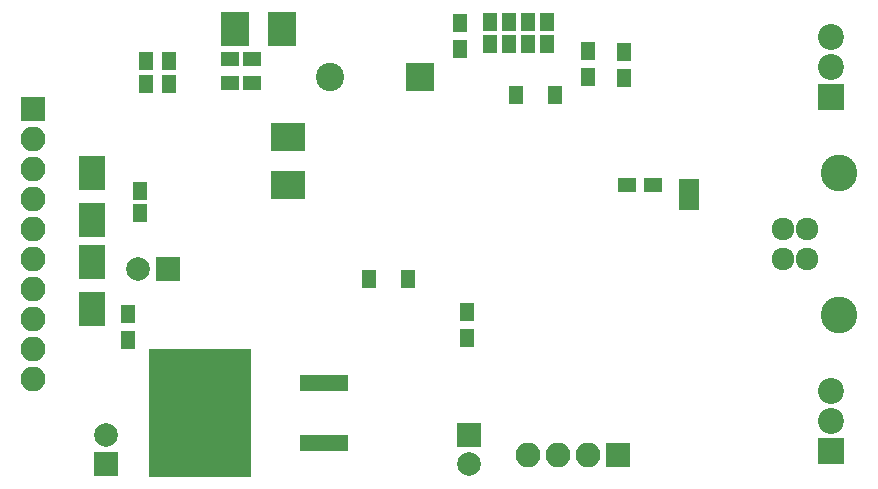
<source format=gbr>
%TF.GenerationSoftware,KiCad,Pcbnew,4.0.7-e2-6376~58~ubuntu16.04.1*%
%TF.CreationDate,2018-02-15T13:13:58+02:00*%
%TF.ProjectId,rover_commander,726F7665725F636F6D6D616E6465722E,rev?*%
%TF.FileFunction,Soldermask,Top*%
%FSLAX46Y46*%
G04 Gerber Fmt 4.6, Leading zero omitted, Abs format (unit mm)*
G04 Created by KiCad (PCBNEW 4.0.7-e2-6376~58~ubuntu16.04.1) date Thu Feb 15 13:13:58 2018*
%MOMM*%
%LPD*%
G01*
G04 APERTURE LIST*
%ADD10C,0.100000*%
%ADD11R,2.400000X2.400000*%
%ADD12C,2.400000*%
%ADD13R,1.150000X1.600000*%
%ADD14R,1.600000X1.150000*%
%ADD15R,2.400000X2.900000*%
%ADD16R,2.900000X2.400000*%
%ADD17R,2.200000X2.200000*%
%ADD18C,2.200000*%
%ADD19R,1.300000X1.600000*%
%ADD20C,1.920000*%
%ADD21C,3.100000*%
%ADD22R,2.100000X2.100000*%
%ADD23O,2.100000X2.100000*%
%ADD24R,2.000000X2.000000*%
%ADD25C,2.000000*%
%ADD26R,4.150000X1.450000*%
%ADD27R,8.700000X10.900000*%
%ADD28R,2.200000X2.900000*%
%ADD29R,1.670000X1.370000*%
%ADD30R,1.600000X1.300000*%
G04 APERTURE END LIST*
D10*
D11*
X142220000Y-86868000D03*
D12*
X134620000Y-86868000D03*
D13*
X121000000Y-87450000D03*
X121000000Y-85550000D03*
D14*
X126116000Y-85344000D03*
X128016000Y-85344000D03*
D13*
X153000000Y-84100000D03*
X153000000Y-82200000D03*
X151400000Y-84100000D03*
X151400000Y-82200000D03*
X149800000Y-84100000D03*
X149800000Y-82200000D03*
X148200000Y-84100000D03*
X148200000Y-82200000D03*
X119000000Y-87450000D03*
X119000000Y-85550000D03*
D14*
X126116000Y-87376000D03*
X128016000Y-87376000D03*
D13*
X118550000Y-96500000D03*
X118550000Y-98400000D03*
D15*
X126556000Y-82804000D03*
X130556000Y-82804000D03*
D16*
X131064000Y-91980000D03*
X131064000Y-95980000D03*
D17*
X177000000Y-118540000D03*
D18*
X177000000Y-116000000D03*
X177000000Y-113460000D03*
D17*
X177000000Y-88540000D03*
D18*
X177000000Y-86000000D03*
X177000000Y-83460000D03*
D19*
X145600000Y-84500000D03*
X145600000Y-82300000D03*
X117500000Y-109100000D03*
X117500000Y-106900000D03*
X146200000Y-106800000D03*
X146200000Y-109000000D03*
D20*
X173000000Y-102290000D03*
X173000000Y-99750000D03*
X175000000Y-99750000D03*
X175000000Y-102290000D03*
D21*
X177700000Y-107020000D03*
X177700000Y-95020000D03*
D22*
X159004000Y-118872000D03*
D23*
X156464000Y-118872000D03*
X153924000Y-118872000D03*
X151384000Y-118872000D03*
D22*
X109500000Y-89600000D03*
D23*
X109500000Y-92140000D03*
X109500000Y-94680000D03*
X109500000Y-97220000D03*
X109500000Y-99760000D03*
X109500000Y-102300000D03*
X109500000Y-104840000D03*
X109500000Y-107380000D03*
X109500000Y-109920000D03*
X109500000Y-112460000D03*
D24*
X115648000Y-119652000D03*
D25*
X115648000Y-117152000D03*
D24*
X146400000Y-117152000D03*
D25*
X146400000Y-119652000D03*
D19*
X156464000Y-84668000D03*
X156464000Y-86868000D03*
X159512000Y-84752000D03*
X159512000Y-86952000D03*
D24*
X120864000Y-103124000D03*
D25*
X118364000Y-103124000D03*
D26*
X134112000Y-117856000D03*
X134112000Y-112776000D03*
D27*
X123612000Y-115316000D03*
D28*
X114500000Y-95000000D03*
X114500000Y-99000000D03*
X114500000Y-106500000D03*
X114500000Y-102500000D03*
D19*
X141250000Y-104000000D03*
X137950000Y-104000000D03*
X153650000Y-88400000D03*
X150350000Y-88400000D03*
D29*
X165000000Y-97440000D03*
X165000000Y-96160000D03*
D30*
X159800000Y-96000000D03*
X162000000Y-96000000D03*
M02*

</source>
